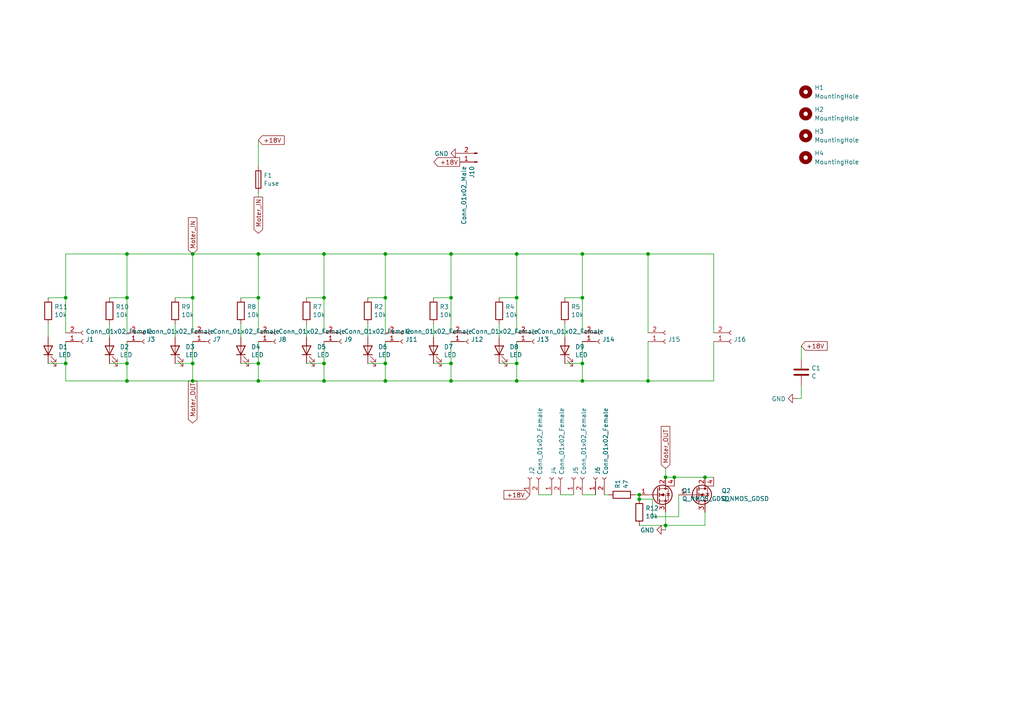
<source format=kicad_sch>
(kicad_sch (version 20230121) (generator eeschema)
  (paper "A4")
  (lib_symbols
    (symbol "Device:C" (pin_numbers hide) (pin_names (offset 0.254))
      (property "Reference" "C" (at 0.635 2.54 0))
      (property "Value" "C" (at 0.635 -2.54 0))
      (symbol "C_0_1"
        (polyline (pts (xy -2.032 -0.762) (xy 2.032 -0.762)) (stroke (width 0.508)))
        (polyline (pts (xy -2.032 0.762) (xy 2.032 0.762)) (stroke (width 0.508)))
      )
      (symbol "C_1_1"
        (pin passive line (at 0 3.81 270) (length 2.794) (name "~") (number "1"))
        (pin passive line (at 0 -3.81 90) (length 2.794) (name "~") (number "2"))
      )
    )
    (symbol "Device:Fuse" (pin_numbers hide) (pin_names (offset 0))
      (property "Reference" "F" (at 2.032 0 90))
      (property "Value" "Fuse" (at -1.905 0 90))
      (symbol "Fuse_0_1"
        (rectangle (start -0.762 -2.54) (end 0.762 2.54) (stroke (width 0.254)))
        (polyline (pts (xy 0 2.54) (xy 0 -2.54)))
      )
      (symbol "Fuse_1_1"
        (pin passive line (at 0 3.81 270) (length 1.27) (name "~") (number "1"))
        (pin passive line (at 0 -3.81 90) (length 1.27) (name "~") (number "2"))
      )
    )
    (symbol "Device:LED" (pin_numbers hide) (pin_names (offset 1.016) hide)
      (property "Reference" "D" (at 0 2.54 0))
      (property "Value" "LED" (at 0 -2.54 0))
      (symbol "LED_0_1"
        (polyline (pts (xy -1.27 -1.27) (xy -1.27 1.27)) (stroke (width 0.254)))
        (polyline (pts (xy -1.27 0) (xy 1.27 0)))
        (polyline (pts (xy 1.27 -1.27) (xy 1.27 1.27) (xy -1.27 0) (xy 1.27 -1.27)) (stroke (width 0.254)))
        (polyline (pts (xy -3.048 -0.762) (xy -4.572 -2.286) (xy -3.81 -2.286) (xy -4.572 -2.286) (xy -4.572 -1.524)))
        (polyline (pts (xy -1.778 -0.762) (xy -3.302 -2.286) (xy -2.54 -2.286) (xy -3.302 -2.286) (xy -3.302 -1.524)))
      )
      (symbol "LED_1_1"
        (pin passive line (at -3.81 0 0) (length 2.54) (name "K") (number "1"))
        (pin passive line (at 3.81 0 180) (length 2.54) (name "A") (number "2"))
      )
    )
    (symbol "Device:Q_NMOS_GDSD" (pin_names (offset 0) hide)
      (property "Reference" "Q" (at 5.08 1.27 0))
      (property "Value" "Q_NMOS_GDSD" (at 5.08 -1.27 0))
      (symbol "Q_NMOS_GDSD_0_1"
        (polyline (pts (xy 0.254 0) (xy -2.54 0)))
        (polyline (pts (xy 0.254 1.905) (xy 0.254 -1.905)) (stroke (width 0.254)))
        (polyline (pts (xy 0.762 -1.27) (xy 0.762 -2.286)) (stroke (width 0.254)))
        (polyline (pts (xy 0.762 0.508) (xy 0.762 -0.508)) (stroke (width 0.254)))
        (polyline (pts (xy 0.762 2.286) (xy 0.762 1.27)) (stroke (width 0.254)))
        (polyline (pts (xy 2.54 -2.54) (xy 2.54 0) (xy 0.762 0)))
        (polyline (pts (xy 5.08 2.54) (xy 2.54 2.54) (xy 2.54 1.778)))
        (polyline (pts (xy 0.762 -1.778) (xy 3.302 -1.778) (xy 3.302 1.778) (xy 0.762 1.778)))
        (polyline (pts (xy 1.016 0) (xy 2.032 0.381) (xy 2.032 -0.381) (xy 1.016 0)) (fill (type outline)))
        (polyline (pts (xy 2.794 0.508) (xy 2.921 0.381) (xy 3.683 0.381) (xy 3.81 0.254)))
        (polyline (pts (xy 3.302 0.381) (xy 2.921 -0.254) (xy 3.683 -0.254) (xy 3.302 0.381)))
        (circle (center 1.651 0) (radius 2.794) (stroke (width 0.254)))
        (circle (center 2.54 -1.778) (radius 0.254) (fill (type outline)))
        (circle (center 2.54 1.778) (radius 0.254) (fill (type outline)))
      )
      (symbol "Q_NMOS_GDSD_1_1"
        (pin input line (at -5.08 0 0) (length 2.54) (name "G") (number "1"))
        (pin passive line (at 2.54 5.08 270) (length 2.54) (name "D") (number "2"))
        (pin passive line (at 2.54 -5.08 90) (length 2.54) (name "S") (number "3"))
        (pin passive line (at 5.08 5.08 270) (length 2.54) (name "D") (number "4"))
      )
    )
    (symbol "Device:R" (pin_numbers hide) (pin_names (offset 0))
      (property "Reference" "R" (at 2.032 0 90))
      (property "Value" "R" (at 0 0 90))
      (symbol "R_0_1"
        (rectangle (start -1.016 -2.54) (end 1.016 2.54) (stroke (width 0.254)))
      )
      (symbol "R_1_1"
        (pin passive line (at 0 3.81 270) (length 1.27) (name "~") (number "1"))
        (pin passive line (at 0 -3.81 90) (length 1.27) (name "~") (number "2"))
      )
    )
    (symbol "Mechanical:MountingHole" (pin_names (offset 1.016))
      (property "Reference" "H" (at 0 5.08 0))
      (property "Value" "MountingHole" (at 0 3.175 0))
      (symbol "MountingHole_0_1"
        (circle (center 0 0) (radius 1.27) (stroke (width 1.27)))
      )
    )
    (symbol "Power_Supply-rescue:Conn_01x02_Female-Connector" (pin_names (offset 1.016) hide)
      (property "Reference" "J" (at 0 2.54 0))
      (property "Value" "Connector_Conn_01x02_Female" (at 0 -5.08 0))
      (symbol "Conn_01x02_Female-Connector_1_1"
        (arc (start 0 -2.032) (mid -0.5058 -2.54) (end 0 -3.048) (stroke (width 0.1524)))
        (polyline (pts (xy -1.27 -2.54) (xy -0.508 -2.54)) (stroke (width 0.1524)))
        (polyline (pts (xy -1.27 0) (xy -0.508 0)) (stroke (width 0.1524)))
        (arc (start 0 0.508) (mid -0.5058 0) (end 0 -0.508) (stroke (width 0.1524)))
        (pin passive line (at -5.08 0 0) (length 3.81) (name "Pin_1") (number "1"))
        (pin passive line (at -5.08 -2.54 0) (length 3.81) (name "Pin_2") (number "2"))
      )
    )
    (symbol "Power_Supply-rescue:Conn_01x02_Male-Connector" (pin_names (offset 1.016) hide)
      (property "Reference" "J" (at 0 2.54 0))
      (property "Value" "Connector_Conn_01x02_Male" (at 0 -5.08 0))
      (symbol "Conn_01x02_Male-Connector_1_1"
        (polyline (pts (xy 1.27 -2.54) (xy 0.8636 -2.54)) (stroke (width 0.1524)))
        (polyline (pts (xy 1.27 0) (xy 0.8636 0)) (stroke (width 0.1524)))
        (rectangle (start 0.8636 -2.413) (end 0 -2.667) (stroke (width 0.1524)) (fill (type outline)))
        (rectangle (start 0.8636 0.127) (end 0 -0.127) (stroke (width 0.1524)) (fill (type outline)))
        (pin passive line (at 5.08 0 180) (length 3.81) (name "Pin_1") (number "1"))
        (pin passive line (at 5.08 -2.54 180) (length 3.81) (name "Pin_2") (number "2"))
      )
    )
    (symbol "power:GND" (power) (pin_names (offset 0))
      (property "Value" "GND" (at 0 -3.81 0))
      (symbol "GND_0_1"
        (polyline (pts (xy 0 0) (xy 0 -1.27) (xy 1.27 -1.27) (xy 0 -2.54) (xy -1.27 -1.27) (xy 0 -1.27)))
      )
      (symbol "GND_1_1"
        (pin power_in line (at 0 0 270) (length 0) hide (name "GND") (number "1"))
      )
    )
  )
  (junction (at 111.76 86.36))
  (junction (at 130.81 73.66))
  (junction (at 19.05 105.41))
  (junction (at 130.81 110.49))
  (junction (at 195.58 138.43))
  (junction (at 149.86 73.66))
  (junction (at 19.05 86.36))
  (junction (at 111.76 73.66))
  (junction (at 187.96 110.49))
  (junction (at 93.98 86.36))
  (junction (at 193.04 138.43))
  (junction (at 93.98 110.49))
  (junction (at 111.76 105.41))
  (junction (at 74.93 73.66))
  (junction (at 187.96 73.66))
  (junction (at 168.91 73.66))
  (junction (at 111.76 110.49))
  (junction (at 193.04 152.4))
  (junction (at 55.88 73.66))
  (junction (at 149.86 105.41))
  (junction (at 36.83 86.36))
  (junction (at 168.91 86.36))
  (junction (at 168.91 110.49))
  (junction (at 55.88 86.36))
  (junction (at 149.86 110.49))
  (junction (at 204.47 138.43))
  (junction (at 36.83 73.66))
  (junction (at 130.81 105.41))
  (junction (at 55.88 110.49))
  (junction (at 93.98 105.41))
  (junction (at 93.98 73.66))
  (junction (at 168.91 105.41))
  (junction (at 130.81 86.36))
  (junction (at 74.93 86.36))
  (junction (at 36.83 105.41))
  (junction (at 185.42 144.78))
  (junction (at 74.93 105.41))
  (junction (at 149.86 86.36))
  (junction (at 185.42 143.51))
  (junction (at 55.88 105.41))
  (junction (at 36.83 110.49))
  (junction (at 74.93 110.49))
  (wire (pts (xy 74.93 105.41) (xy 74.93 110.49)))
  (wire (pts (xy 144.78 86.36) (xy 149.86 86.36)))
  (wire (pts (xy 111.76 73.66) (xy 130.81 73.66)))
  (wire (pts (xy 36.83 110.49) (xy 55.88 110.49)))
  (wire (pts (xy 19.05 99.06) (xy 19.05 105.41)))
  (wire (pts (xy 193.04 152.4) (xy 193.04 148.59)))
  (wire (pts (xy 168.91 105.41) (xy 163.83 105.41)))
  (wire (pts (xy 232.41 115.57) (xy 231.14 115.57)))
  (wire (pts (xy 187.96 73.66) (xy 187.96 96.52)))
  (wire (pts (xy 187.96 73.66) (xy 168.91 73.66)))
  (wire (pts (xy 163.83 86.36) (xy 168.91 86.36)))
  (wire (pts (xy 111.76 105.41) (xy 106.68 105.41)))
  (wire (pts (xy 93.98 105.41) (xy 88.9 105.41)))
  (wire (pts (xy 74.93 55.88) (xy 74.93 57.15)))
  (wire (pts (xy 207.01 99.06) (xy 207.01 110.49)))
  (wire (pts (xy 55.88 99.06) (xy 55.88 105.41)))
  (wire (pts (xy 168.91 86.36) (xy 168.91 73.66)))
  (wire (pts (xy 36.83 86.36) (xy 36.83 96.52)))
  (wire (pts (xy 232.41 115.57) (xy 232.41 111.76)))
  (wire (pts (xy 36.83 105.41) (xy 31.75 105.41)))
  (wire (pts (xy 88.9 93.98) (xy 88.9 97.79)))
  (wire (pts (xy 74.93 73.66) (xy 93.98 73.66)))
  (wire (pts (xy 207.01 138.43) (xy 204.47 138.43)))
  (wire (pts (xy 31.75 86.36) (xy 36.83 86.36)))
  (wire (pts (xy 111.76 110.49) (xy 130.81 110.49)))
  (wire (pts (xy 189.23 144.78) (xy 185.42 144.78)))
  (wire (pts (xy 74.93 86.36) (xy 74.93 73.66)))
  (wire (pts (xy 93.98 86.36) (xy 93.98 73.66)))
  (wire (pts (xy 130.81 73.66) (xy 130.81 86.36)))
  (wire (pts (xy 193.04 138.43) (xy 193.04 135.89)))
  (wire (pts (xy 111.76 105.41) (xy 111.76 110.49)))
  (wire (pts (xy 19.05 105.41) (xy 13.97 105.41)))
  (wire (pts (xy 168.91 86.36) (xy 168.91 96.52)))
  (wire (pts (xy 185.42 143.51) (xy 185.42 144.78)))
  (wire (pts (xy 207.01 73.66) (xy 207.01 96.52)))
  (wire (pts (xy 184.15 143.51) (xy 185.42 143.51)))
  (wire (pts (xy 88.9 86.36) (xy 93.98 86.36)))
  (wire (pts (xy 149.86 86.36) (xy 149.86 96.52)))
  (wire (pts (xy 193.04 138.43) (xy 195.58 138.43)))
  (wire (pts (xy 74.93 86.36) (xy 74.93 96.52)))
  (wire (pts (xy 93.98 86.36) (xy 93.98 96.52)))
  (wire (pts (xy 36.83 99.06) (xy 36.83 105.41)))
  (wire (pts (xy 106.68 93.98) (xy 106.68 97.79)))
  (wire (pts (xy 13.97 93.98) (xy 13.97 97.79)))
  (wire (pts (xy 36.83 105.41) (xy 36.83 110.49)))
  (wire (pts (xy 193.04 152.4) (xy 204.47 152.4)))
  (wire (pts (xy 50.8 86.36) (xy 55.88 86.36)))
  (wire (pts (xy 193.04 152.4) (xy 193.04 153.67)))
  (wire (pts (xy 19.05 73.66) (xy 36.83 73.66)))
  (wire (pts (xy 111.76 86.36) (xy 111.76 96.52)))
  (wire (pts (xy 196.85 149.86) (xy 189.23 149.86)))
  (wire (pts (xy 149.86 110.49) (xy 168.91 110.49)))
  (wire (pts (xy 69.85 93.98) (xy 69.85 97.79)))
  (wire (pts (xy 106.68 86.36) (xy 111.76 86.36)))
  (wire (pts (xy 168.91 73.66) (xy 149.86 73.66)))
  (wire (pts (xy 74.93 105.41) (xy 69.85 105.41)))
  (wire (pts (xy 187.96 110.49) (xy 207.01 110.49)))
  (wire (pts (xy 93.98 110.49) (xy 111.76 110.49)))
  (wire (pts (xy 36.83 73.66) (xy 36.83 86.36)))
  (wire (pts (xy 163.83 93.98) (xy 163.83 97.79)))
  (wire (pts (xy 125.73 86.36) (xy 130.81 86.36)))
  (wire (pts (xy 50.8 93.98) (xy 50.8 97.79)))
  (wire (pts (xy 160.02 143.51) (xy 156.21 143.51)))
  (wire (pts (xy 31.75 93.98) (xy 31.75 97.79)))
  (wire (pts (xy 19.05 110.49) (xy 36.83 110.49)))
  (wire (pts (xy 55.88 73.66) (xy 36.83 73.66)))
  (wire (pts (xy 130.81 105.41) (xy 130.81 110.49)))
  (wire (pts (xy 111.76 99.06) (xy 111.76 105.41)))
  (wire (pts (xy 207.01 73.66) (xy 187.96 73.66)))
  (wire (pts (xy 149.86 105.41) (xy 149.86 110.49)))
  (wire (pts (xy 187.96 99.06) (xy 187.96 110.49)))
  (wire (pts (xy 168.91 99.06) (xy 168.91 105.41)))
  (wire (pts (xy 19.05 86.36) (xy 19.05 96.52)))
  (wire (pts (xy 130.81 105.41) (xy 125.73 105.41)))
  (wire (pts (xy 185.42 152.4) (xy 193.04 152.4)))
  (wire (pts (xy 55.88 73.66) (xy 74.93 73.66)))
  (wire (pts (xy 69.85 86.36) (xy 74.93 86.36)))
  (wire (pts (xy 125.73 93.98) (xy 125.73 97.79)))
  (wire (pts (xy 74.93 40.64) (xy 74.93 48.26)))
  (wire (pts (xy 149.86 105.41) (xy 144.78 105.41)))
  (wire (pts (xy 55.88 105.41) (xy 55.88 110.49)))
  (wire (pts (xy 55.88 110.49) (xy 74.93 110.49)))
  (wire (pts (xy 149.86 86.36) (xy 149.86 73.66)))
  (wire (pts (xy 74.93 110.49) (xy 93.98 110.49)))
  (wire (pts (xy 168.91 105.41) (xy 168.91 110.49)))
  (wire (pts (xy 168.91 110.49) (xy 187.96 110.49)))
  (wire (pts (xy 19.05 86.36) (xy 19.05 73.66)))
  (wire (pts (xy 13.97 86.36) (xy 19.05 86.36)))
  (wire (pts (xy 204.47 152.4) (xy 204.47 148.59)))
  (wire (pts (xy 149.86 73.66) (xy 130.81 73.66)))
  (wire (pts (xy 55.88 86.36) (xy 55.88 96.52)))
  (wire (pts (xy 93.98 99.06) (xy 93.98 105.41)))
  (wire (pts (xy 196.85 149.86) (xy 196.85 143.51)))
  (wire (pts (xy 130.81 99.06) (xy 130.81 105.41)))
  (wire (pts (xy 166.37 143.51) (xy 162.56 143.51)))
  (wire (pts (xy 74.93 99.06) (xy 74.93 105.41)))
  (wire (pts (xy 55.88 73.66) (xy 55.88 86.36)))
  (wire (pts (xy 172.72 143.51) (xy 168.91 143.51)))
  (wire (pts (xy 19.05 105.41) (xy 19.05 110.49)))
  (wire (pts (xy 93.98 105.41) (xy 93.98 110.49)))
  (wire (pts (xy 144.78 93.98) (xy 144.78 97.79)))
  (wire (pts (xy 111.76 86.36) (xy 111.76 73.66)))
  (wire (pts (xy 55.88 105.41) (xy 50.8 105.41)))
  (wire (pts (xy 93.98 73.66) (xy 111.76 73.66)))
  (wire (pts (xy 175.26 143.51) (xy 176.53 143.51)))
  (wire (pts (xy 130.81 110.49) (xy 149.86 110.49)))
  (wire (pts (xy 149.86 99.06) (xy 149.86 105.41)))
  (wire (pts (xy 232.41 100.33) (xy 232.41 104.14)))
  (wire (pts (xy 130.81 86.36) (xy 130.81 96.52)))
  (wire (pts (xy 195.58 138.43) (xy 204.47 138.43)))
  (wire (pts (xy 189.23 144.78) (xy 189.23 149.86)))
  (global_label "Moter_OUT" (shape output) (at 55.88 110.49 270) (property "Intersheetrefs" "${INTERSHEET_REFS}" (effects hide)))
  (global_label "+18V" (shape input) (at 232.41 100.33 0) (property "Intersheetrefs" "${INTERSHEET_REFS}" (effects hide)))
  (global_label "+18V" (shape input) (at 153.67 143.51 180) (property "Intersheetrefs" "${INTERSHEET_REFS}" (effects hide)))
  (global_label "+18V" (shape input) (at 74.93 40.64 0) (property "Intersheetrefs" "${INTERSHEET_REFS}" (effects hide)))
  (global_label "Moter_IN" (shape output) (at 74.93 57.15 270) (property "Intersheetrefs" "${INTERSHEET_REFS}" (effects hide)))
  (global_label "+18V" (shape output) (at 133.35 46.99 180) (property "Intersheetrefs" "${INTERSHEET_REFS}" (effects hide)))
  (global_label "Moter_IN" (shape input) (at 55.88 73.66 90) (property "Intersheetrefs" "${INTERSHEET_REFS}" (effects hide)))
  (global_label "Moter_OUT" (shape input) (at 193.04 135.89 90) (property "Intersheetrefs" "${INTERSHEET_REFS}" (effects hide)))
  (symbol (lib_id "Device:LED") (at 13.97 101.6 90) (unit 1)
    (property "Reference" "D1" (at 16.9672 100.6094 90) (effects (justify right)))
    (property "Value" "LED" (at 16.9672 102.9208 90) (effects (justify right)))
    (property "Footprint" "LED_THT:LED_D3.0mm" (effects hide))
  )
  (symbol (lib_id "Power_Supply-rescue:Conn_01x02_Female-Connector") (at 24.13 99.06 0) (mirror x) (unit 1)
    (property "Reference" "J1" (at 24.8412 98.4504 0) (effects (justify left)))
    (property "Value" "Conn_01x02_Female" (at 24.8412 96.139 0) (effects (justify left)))
    (property "Footprint" "lib:AMASS_XT60-F_1x02_P7.20mm_Vertical" (effects hide))
  )
  (symbol (lib_id "Device:LED") (at 31.75 101.6 90) (unit 1)
    (property "Reference" "D2" (at 34.7472 100.6094 90) (effects (justify right)))
    (property "Value" "LED" (at 34.7472 102.9208 90) (effects (justify right)))
    (property "Footprint" "LED_THT:LED_D3.0mm" (effects hide))
  )
  (symbol (lib_id "Power_Supply-rescue:Conn_01x02_Female-Connector") (at 41.91 99.06 0) (mirror x) (unit 1)
    (property "Reference" "J3" (at 42.6212 98.4504 0) (effects (justify left)))
    (property "Value" "Conn_01x02_Female" (at 42.6212 96.139 0) (effects (justify left)))
    (property "Footprint" "lib:AMASS_XT60-F_1x02_P7.20mm_Vertical" (effects hide))
  )
  (symbol (lib_id "Device:LED") (at 50.8 101.6 90) (unit 1)
    (property "Reference" "D3" (at 53.7972 100.6094 90) (effects (justify right)))
    (property "Value" "LED" (at 53.7972 102.9208 90) (effects (justify right)))
    (property "Footprint" "LED_THT:LED_D3.0mm" (effects hide))
  )
  (symbol (lib_id "Power_Supply-rescue:Conn_01x02_Female-Connector") (at 60.96 99.06 0) (mirror x) (unit 1)
    (property "Reference" "J7" (at 61.6712 98.4504 0) (effects (justify left)))
    (property "Value" "Conn_01x02_Female" (at 61.6712 96.139 0) (effects (justify left)))
    (property "Footprint" "lib:AMASS_XT60-F_1x02_P7.20mm_Vertical" (effects hide))
  )
  (symbol (lib_id "Device:LED") (at 69.85 101.6 90) (unit 1)
    (property "Reference" "D4" (at 72.8472 100.6094 90) (effects (justify right)))
    (property "Value" "LED" (at 72.8472 102.9208 90) (effects (justify right)))
    (property "Footprint" "LED_THT:LED_D3.0mm" (effects hide))
  )
  (symbol (lib_id "Power_Supply-rescue:Conn_01x02_Female-Connector") (at 80.01 99.06 0) (mirror x) (unit 1)
    (property "Reference" "J8" (at 80.7212 98.4504 0) (effects (justify left)))
    (property "Value" "Conn_01x02_Female" (at 80.7212 96.139 0) (effects (justify left)))
    (property "Footprint" "lib:AMASS_XT60-F_1x02_P7.20mm_Vertical" (effects hide))
  )
  (symbol (lib_id "Device:LED") (at 88.9 101.6 90) (unit 1)
    (property "Reference" "D5" (at 91.8972 100.6094 90) (effects (justify right)))
    (property "Value" "LED" (at 91.8972 102.9208 90) (effects (justify right)))
    (property "Footprint" "LED_THT:LED_D3.0mm" (effects hide))
  )
  (symbol (lib_id "Power_Supply-rescue:Conn_01x02_Female-Connector") (at 99.06 99.06 0) (mirror x) (unit 1)
    (property "Reference" "J9" (at 99.7712 98.4504 0) (effects (justify left)))
    (property "Value" "Conn_01x02_Female" (at 99.7712 96.139 0) (effects (justify left)))
    (property "Footprint" "lib:AMASS_XT60-F_1x02_P7.20mm_Vertical" (effects hide))
  )
  (symbol (lib_id "Device:LED") (at 106.68 101.6 90) (unit 1)
    (property "Reference" "D6" (at 109.6772 100.6094 90) (effects (justify right)))
    (property "Value" "LED" (at 109.6772 102.9208 90) (effects (justify right)))
    (property "Footprint" "LED_THT:LED_D3.0mm" (effects hide))
  )
  (symbol (lib_id "Device:R") (at 106.68 90.17 0) (unit 1)
    (property "Reference" "R2" (at 108.458 89.0016 0) (effects (justify left)))
    (property "Value" "10k" (at 108.458 91.313 0) (effects (justify left)))
    (property "Footprint" "Resistor_THT:R_Axial_DIN0207_L6.3mm_D2.5mm_P7.62mm_Horizontal" (effects hide))
  )
  (symbol (lib_id "Power_Supply-rescue:Conn_01x02_Female-Connector") (at 116.84 99.06 0) (mirror x) (unit 1)
    (property "Reference" "J11" (at 117.5512 98.4504 0) (effects (justify left)))
    (property "Value" "Conn_01x02_Female" (at 117.5512 96.139 0) (effects (justify left)))
    (property "Footprint" "lib:AMASS_XT60-F_1x02_P7.20mm_Vertical" (effects hide))
  )
  (symbol (lib_id "Device:LED") (at 125.73 101.6 90) (unit 1)
    (property "Reference" "D7" (at 128.7272 100.6094 90) (effects (justify right)))
    (property "Value" "LED" (at 128.7272 102.9208 90) (effects (justify right)))
    (property "Footprint" "LED_THT:LED_D3.0mm" (effects hide))
  )
  (symbol (lib_id "Power_Supply-rescue:Conn_01x02_Female-Connector") (at 135.89 99.06 0) (mirror x) (unit 1)
    (property "Reference" "J12" (at 136.6012 98.4504 0) (effects (justify left)))
    (property "Value" "Conn_01x02_Female" (at 136.6012 96.139 0) (effects (justify left)))
    (property "Footprint" "lib:AMASS_XT60-F_1x02_P7.20mm_Vertical" (effects hide))
  )
  (symbol (lib_id "Device:LED") (at 144.78 101.6 90) (unit 1)
    (property "Reference" "D8" (at 147.7772 100.6094 90) (effects (justify right)))
    (property "Value" "LED" (at 147.7772 102.9208 90) (effects (justify right)))
    (property "Footprint" "LED_THT:LED_D3.0mm" (effects hide))
  )
  (symbol (lib_id "Power_Supply-rescue:Conn_01x02_Female-Connector") (at 154.94 99.06 0) (mirror x) (unit 1)
    (property "Reference" "J13" (at 155.6512 98.4504 0) (effects (justify left)))
    (property "Value" "Conn_01x02_Female" (at 155.6512 96.139 0) (effects (justify left)))
    (property "Footprint" "lib:AMASS_XT60-F_1x02_P7.20mm_Vertical" (effects hide))
  )
  (symbol (lib_id "Device:LED") (at 163.83 101.6 90) (unit 1)
    (property "Reference" "D9" (at 166.8272 100.6094 90) (effects (justify right)))
    (property "Value" "LED" (at 166.8272 102.9208 90) (effects (justify right)))
    (property "Footprint" "LED_THT:LED_D3.0mm" (effects hide))
  )
  (symbol (lib_id "Power_Supply-rescue:Conn_01x02_Female-Connector") (at 173.99 99.06 0) (mirror x) (unit 1)
    (property "Reference" "J14" (at 174.7012 98.4504 0) (effects (justify left)))
    (property "Value" "Conn_01x02_Female" (effects hide))
    (property "Footprint" "lib:AMASS_XT60-F_1x02_P7.20mm_Vertical" (effects hide))
  )
  (symbol (lib_id "Power_Supply-rescue:Conn_01x02_Male-Connector") (at 138.43 46.99 180) (unit 1)
    (property "Reference" "J10" (at 136.8552 48.1076 90) (effects (justify left)))
    (property "Value" "Conn_01x02_Male" (at 134.5438 48.1076 90) (effects (justify left)))
    (property "Footprint" "lib:XT90" (effects hide))
  )
  (symbol (lib_id "Device:Fuse") (at 74.93 52.07 0) (unit 1)
    (property "Reference" "F1" (at 76.454 50.9016 0) (effects (justify left)))
    (property "Value" "Fuse" (at 76.454 53.213 0) (effects (justify left)))
    (property "Footprint" "lib:358720" (effects hide))
  )
  (symbol (lib_id "power:GND") (at 133.35 44.45 270) (unit 1)
    (property "Reference" "#PWR0101" (effects hide))
    (property "Value" "GND" (at 130.0988 44.577 90) (effects (justify right)))
  )
  (symbol (lib_id "Device:Q_NMOS_GDSD") (at 190.5 143.51 0) (unit 1)
    (property "Reference" "Q1" (at 197.8152 142.3416 0) (effects (justify left)))
    (property "Value" "Q_NMOS_GDSD" (at 197.8152 144.653 0) (effects (justify left)))
    (property "Footprint" "Package_TO_SOT_SMD:TO-252-2" (effects hide))
  )
  (symbol (lib_id "Power_Supply-rescue:Conn_01x02_Female-Connector") (at 153.67 138.43 90) (unit 1)
    (property "Reference" "J2" (at 154.2796 137.7188 0) (effects (justify left)))
    (property "Value" "Conn_01x02_Female" (at 156.591 137.7188 0) (effects (justify left)))
    (property "Footprint" "Connector_JST:JST_XH_S2B-XH-A_1x02_P2.50mm_Horizontal" (effects hide))
  )
  (symbol (lib_id "Power_Supply-rescue:Conn_01x02_Female-Connector") (at 160.02 138.43 90) (unit 1)
    (property "Reference" "J4" (at 160.6296 137.7188 0) (effects (justify left)))
    (property "Value" "Conn_01x02_Female" (at 162.941 137.7188 0) (effects (justify left)))
    (property "Footprint" "Connector_JST:JST_XH_S2B-XH-A_1x02_P2.50mm_Horizontal" (effects hide))
  )
  (symbol (lib_id "Power_Supply-rescue:Conn_01x02_Female-Connector") (at 166.37 138.43 90) (unit 1)
    (property "Reference" "J5" (at 166.9796 137.7188 0) (effects (justify left)))
    (property "Value" "Conn_01x02_Female" (at 169.291 137.7188 0) (effects (justify left)))
    (property "Footprint" "Connector_JST:JST_XH_S2B-XH-A_1x02_P2.50mm_Horizontal" (effects hide))
  )
  (symbol (lib_id "Power_Supply-rescue:Conn_01x02_Female-Connector") (at 172.72 138.43 90) (unit 1)
    (property "Reference" "J6" (at 173.3296 137.7188 0) (effects (justify left)))
    (property "Value" "Conn_01x02_Female" (at 175.641 137.7188 0) (effects (justify left)))
    (property "Footprint" "Connector_JST:JST_XH_S2B-XH-A_1x02_P2.50mm_Horizontal" (effects hide))
  )
  (symbol (lib_id "Device:R") (at 180.34 143.51 90) (unit 1)
    (property "Reference" "R1" (at 179.1716 141.732 0) (effects (justify left)))
    (property "Value" "47" (at 181.483 141.732 0) (effects (justify left)))
    (property "Footprint" "Resistor_THT:R_Axial_DIN0207_L6.3mm_D2.5mm_P7.62mm_Horizontal" (effects hide))
  )
  (symbol (lib_id "power:GND") (at 231.14 115.57 270) (unit 1)
    (property "Reference" "#PWR0103" (effects hide))
    (property "Value" "GND" (at 227.8888 115.697 90) (effects (justify right)))
  )
  (symbol (lib_id "power:GND") (at 193.04 153.67 270) (unit 1)
    (property "Reference" "#PWR0102" (effects hide))
    (property "Value" "GND" (at 189.7888 153.797 90) (effects (justify right)))
  )
  (symbol (lib_id "Device:Q_NMOS_GDSD") (at 201.93 143.51 0) (unit 1)
    (property "Reference" "Q2" (at 209.2452 142.3416 0) (effects (justify left)))
    (property "Value" "Q_NMOS_GDSD" (at 209.2452 144.653 0) (effects (justify left)))
    (property "Footprint" "Package_TO_SOT_SMD:TO-252-2" (effects hide))
  )
  (symbol (lib_id "Device:R") (at 163.83 90.17 0) (unit 1)
    (property "Reference" "R5" (at 165.608 89.0016 0) (effects (justify left)))
    (property "Value" "10k" (at 165.608 91.313 0) (effects (justify left)))
    (property "Footprint" "Resistor_THT:R_Axial_DIN0207_L6.3mm_D2.5mm_P7.62mm_Horizontal" (effects hide))
  )
  (symbol (lib_id "Device:R") (at 88.9 90.17 0) (unit 1)
    (property "Reference" "R7" (at 90.678 89.0016 0) (effects (justify left)))
    (property "Value" "10k" (at 90.678 91.313 0) (effects (justify left)))
    (property "Footprint" "Resistor_THT:R_Axial_DIN0207_L6.3mm_D2.5mm_P7.62mm_Horizontal" (effects hide))
  )
  (symbol (lib_id "Device:C") (at 232.41 107.95 180) (unit 1)
    (property "Reference" "C1" (at 235.331 106.7816 0) (effects (justify right)))
    (property "Value" "C" (at 235.331 109.093 0) (effects (justify right)))
    (property "Footprint" "Capacitor_THT:C_Radial_D16.0mm_H25.0mm_P7.50mm" (effects hide))
  )
  (symbol (lib_id "Device:R") (at 185.42 148.59 0) (unit 1)
    (property "Reference" "R12" (at 187.198 147.4216 0) (effects (justify left)))
    (property "Value" "10k" (at 187.198 149.733 0) (effects (justify left)))
    (property "Footprint" "Resistor_THT:R_Axial_DIN0207_L6.3mm_D2.5mm_P7.62mm_Horizontal" (effects hide))
  )
  (symbol (lib_id "Device:R") (at 69.85 90.17 0) (unit 1)
    (property "Reference" "R8" (at 71.628 89.0016 0) (effects (justify left)))
    (property "Value" "10k" (at 71.628 91.313 0) (effects (justify left)))
    (property "Footprint" "Resistor_THT:R_Axial_DIN0207_L6.3mm_D2.5mm_P7.62mm_Horizontal" (effects hide))
  )
  (symbol (lib_id "Mechanical:MountingHole") (at 233.68 45.72 0) (unit 1)
    (property "Reference" "H4" (at 236.22 44.45 0) (effects (justify left)))
    (property "Value" "MountingHole" (at 236.22 46.99 0) (effects (justify left)))
    (property "Footprint" "MountingHole:MountingHole_3.2mm_M3_Pad_Via" (effects hide))
  )
  (symbol (lib_id "Mechanical:MountingHole") (at 233.68 39.37 0) (unit 1)
    (property "Reference" "H3" (at 236.22 38.1 0) (effects (justify left)))
    (property "Value" "MountingHole" (at 236.22 40.64 0) (effects (justify left)))
    (property "Footprint" "MountingHole:MountingHole_3.2mm_M3_Pad_Via" (effects hide))
  )
  (symbol (lib_id "Mechanical:MountingHole") (at 233.68 26.67 0) (unit 1)
    (property "Reference" "H1" (at 236.22 25.4 0) (effects (justify left)))
    (property "Value" "MountingHole" (at 236.22 27.94 0) (effects (justify left)))
    (property "Footprint" "MountingHole:MountingHole_3.2mm_M3_Pad_Via" (effects hide))
  )
  (symbol (lib_id "Device:R") (at 31.75 90.17 0) (unit 1)
    (property "Reference" "R10" (at 33.528 89.0016 0) (effects (justify left)))
    (property "Value" "10k" (at 33.528 91.313 0) (effects (justify left)))
    (property "Footprint" "Resistor_THT:R_Axial_DIN0207_L6.3mm_D2.5mm_P7.62mm_Horizontal" (effects hide))
  )
  (symbol (lib_id "Device:R") (at 50.8 90.17 0) (unit 1)
    (property "Reference" "R9" (at 52.578 89.0016 0) (effects (justify left)))
    (property "Value" "10k" (at 52.578 91.313 0) (effects (justify left)))
    (property "Footprint" "Resistor_THT:R_Axial_DIN0207_L6.3mm_D2.5mm_P7.62mm_Horizontal" (effects hide))
  )
  (symbol (lib_id "Device:R") (at 144.78 90.17 0) (unit 1)
    (property "Reference" "R4" (at 146.558 89.0016 0) (effects (justify left)))
    (property "Value" "10k" (at 146.558 91.313 0) (effects (justify left)))
    (property "Footprint" "Resistor_THT:R_Axial_DIN0207_L6.3mm_D2.5mm_P7.62mm_Horizontal" (effects hide))
  )
  (symbol (lib_id "Power_Supply-rescue:Conn_01x02_Female-Connector") (at 193.04 99.06 0) (mirror x) (unit 1)
    (property "Reference" "J15" (at 193.7512 98.4504 0) (effects (justify left)))
    (property "Value" "Conn_01x02_Female" (effects hide))
    (property "Footprint" "Connector_JST:JST_XH_B2B-XH-A_1x02_P2.50mm_Vertical" (effects hide))
  )
  (symbol (lib_id "Power_Supply-rescue:Conn_01x02_Female-Connector") (at 212.09 99.06 0) (mirror x) (unit 1)
    (property "Reference" "J16" (at 212.8012 98.4504 0) (effects (justify left)))
    (property "Value" "Conn_01x02_Female" (effects hide))
    (property "Footprint" "Connector_JST:JST_XH_B2B-XH-A_1x02_P2.50mm_Vertical" (effects hide))
  )
  (symbol (lib_id "Device:R") (at 13.97 90.17 0) (unit 1)
    (property "Reference" "R11" (at 15.748 89.0016 0) (effects (justify left)))
    (property "Value" "10k" (at 15.748 91.313 0) (effects (justify left)))
    (property "Footprint" "Resistor_THT:R_Axial_DIN0207_L6.3mm_D2.5mm_P7.62mm_Horizontal" (effects hide))
  )
  (symbol (lib_id "Mechanical:MountingHole") (at 233.68 33.02 0) (unit 1)
    (property "Reference" "H2" (at 236.22 31.75 0) (effects (justify left)))
    (property "Value" "MountingHole" (at 236.22 34.29 0) (effects (justify left)))
    (property "Footprint" "MountingHole:MountingHole_3.2mm_M3_Pad_Via" (effects hide))
  )
  (symbol (lib_id "Device:R") (at 125.73 90.17 0) (unit 1)
    (property "Reference" "R3" (at 127.508 89.0016 0) (effects (justify left)))
    (property "Value" "10k" (at 127.508 91.313 0) (effects (justify left)))
    (property "Footprint" "Resistor_THT:R_Axial_DIN0207_L6.3mm_D2.5mm_P7.62mm_Horizontal" (effects hide))
  )
)
</source>
